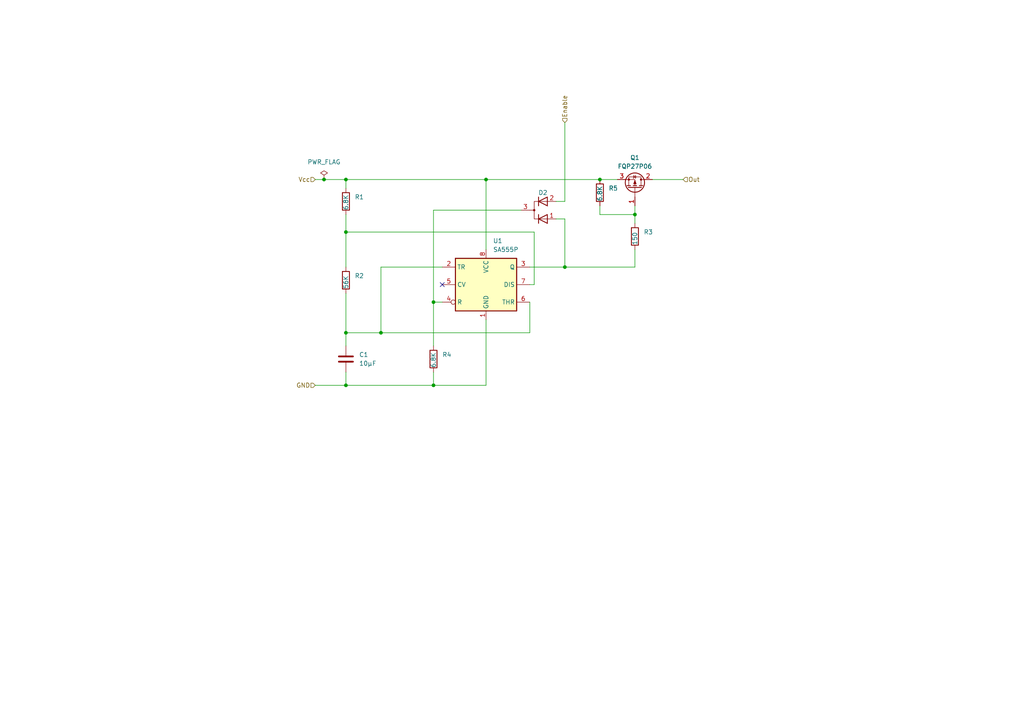
<source format=kicad_sch>
(kicad_sch (version 20211123) (generator eeschema)
  (paper "A4")
  (title_block (title "Module clignotant") (date "2025-01-08") (company "Vélo solaire pour tous") (comment 1 "Licence CERN-OHL-S version 2"))
  (lib_symbols
    (symbol "Device:C" (pin_numbers hide) (pin_names (offset 0.254))
      (property "Reference" "C" (at 0.635 2.54 0))
      (property "Value" "C" (at 0.635 -2.54 0))
      (symbol "C_0_1"
        (polyline (pts (xy -2.032 -0.762) (xy 2.032 -0.762)) (stroke (width 0.508)))
        (polyline (pts (xy -2.032 0.762) (xy 2.032 0.762)) (stroke (width 0.508)))
      )
      (symbol "C_1_1"
        (pin passive line (at 0 3.81 270) (length 2.794) (name "~") (number "1"))
        (pin passive line (at 0 -3.81 90) (length 2.794) (name "~") (number "2"))
      )
    )
    (symbol "Device:D_Dual_CommonCathode_AAK_Parallel" (pin_names (offset 0.762) hide)
      (property "Reference" "D" (at 0 5.08 0))
      (property "Value" "D_Dual_CommonCathode_AAK_Parallel" (at 0 -5.08 0))
      (symbol "D_Dual_CommonCathode_AAK_Parallel_0_0"
        (polyline (pts (xy 0 -1.27) (xy 0 -3.81)) (stroke (width 0.254)))
        (polyline (pts (xy 0 1.27) (xy 0 3.81)) (stroke (width 0.254)))
      )
      (symbol "D_Dual_CommonCathode_AAK_Parallel_0_1"
        (polyline (pts (xy 1.27 0) (xy 2.54 0)))
        (polyline (pts (xy -2.54 -2.54) (xy 1.27 -2.54) (xy 1.27 2.54) (xy -2.54 2.54)))
        (polyline (pts (xy -2.54 -1.27) (xy 0 -2.54) (xy -2.54 -3.81) (xy -2.54 -1.27) (xy -2.54 -1.27) (xy -2.54 -1.27)) (stroke (width 0.254)))
        (polyline (pts (xy -2.54 3.81) (xy 0 2.54) (xy -2.54 1.27) (xy -2.54 3.81) (xy -2.54 3.81) (xy -2.54 3.81)) (stroke (width 0.254)))
        (circle (center 1.27 0) (radius 0.254) (fill (type outline)))
        (pin passive line (at -5.08 2.54 0) (length 2.54) (name "K") (number "1"))
        (pin passive line (at -5.08 -2.54 0) (length 2.54) (name "K") (number "2"))
        (pin passive line (at 5.08 0 180) (length 2.54) (name "A") (number "3"))
      )
    )
    (symbol "Device:R" (pin_numbers hide) (pin_names (offset 0))
      (property "Reference" "R" (at 2.032 0 90))
      (property "Value" "R" (at 0 0 90))
      (symbol "R_0_1"
        (rectangle (start -1.016 -2.54) (end 1.016 2.54) (stroke (width 0.254)))
      )
      (symbol "R_1_1"
        (pin passive line (at 0 3.81 270) (length 1.27) (name "~") (number "1"))
        (pin passive line (at 0 -3.81 90) (length 1.27) (name "~") (number "2"))
      )
    )
    (symbol "Timer:SA555P"
      (property "Reference" "U" (at -10.16 8.89 0))
      (property "Value" "SA555P" (at 2.54 8.89 0))
      (symbol "SA555P_0_0"
        (pin power_in line (at 0 -10.16 90) (length 2.54) (name "GND") (number "1"))
        (pin power_in line (at 0 10.16 270) (length 2.54) (name "VCC") (number "8"))
      )
      (symbol "SA555P_0_1"
        (rectangle (start -8.89 -7.62) (end 8.89 7.62) (stroke (width 0.254)) (fill (type background)))
        (rectangle (start -8.89 -7.62) (end 8.89 7.62) (stroke (width 0.254)) (fill (type background)))
      )
      (symbol "SA555P_1_1"
        (pin input line (at -12.7 5.08 0) (length 3.81) (name "TR") (number "2"))
        (pin output line (at 12.7 5.08 180) (length 3.81) (name "Q") (number "3"))
        (pin input inverted (at -12.7 -5.08 0) (length 3.81) (name "R") (number "4"))
        (pin input line (at -12.7 0 0) (length 3.81) (name "CV") (number "5"))
        (pin input line (at 12.7 -5.08 180) (length 3.81) (name "THR") (number "6"))
        (pin input line (at 12.7 0 180) (length 3.81) (name "DIS") (number "7"))
      )
    )
    (symbol "Transistor_FET:FQP27P06" (pin_names hide)
      (property "Reference" "Q" (at 5.08 1.905 0))
      (property "Value" "FQP27P06" (at 5.08 0 0))
      (symbol "FQP27P06_0_1"
        (polyline (pts (xy 0.254 0) (xy -2.54 0)))
        (polyline (pts (xy 0.254 1.905) (xy 0.254 -1.905)) (stroke (width 0.254)))
        (polyline (pts (xy 0.762 -1.27) (xy 0.762 -2.286)) (stroke (width 0.254)))
        (polyline (pts (xy 0.762 0.508) (xy 0.762 -0.508)) (stroke (width 0.254)))
        (polyline (pts (xy 0.762 2.286) (xy 0.762 1.27)) (stroke (width 0.254)))
        (polyline (pts (xy 2.54 2.54) (xy 2.54 1.778)))
        (polyline (pts (xy 2.54 -2.54) (xy 2.54 0) (xy 0.762 0)))
        (polyline (pts (xy 0.762 1.778) (xy 3.302 1.778) (xy 3.302 -1.778) (xy 0.762 -1.778)))
        (polyline (pts (xy 2.286 0) (xy 1.27 0.381) (xy 1.27 -0.381) (xy 2.286 0)) (fill (type outline)))
        (polyline (pts (xy 2.794 -0.508) (xy 2.921 -0.381) (xy 3.683 -0.381) (xy 3.81 -0.254)))
        (polyline (pts (xy 3.302 -0.381) (xy 2.921 0.254) (xy 3.683 0.254) (xy 3.302 -0.381)))
        (circle (center 1.651 0) (radius 2.794) (stroke (width 0.254)))
        (circle (center 2.54 -1.778) (radius 0.254) (fill (type outline)))
        (circle (center 2.54 1.778) (radius 0.254) (fill (type outline)))
      )
      (symbol "FQP27P06_1_1"
        (pin input line (at -5.08 0 0) (length 2.54) (name "G") (number "1"))
        (pin passive line (at 2.54 5.08 270) (length 2.54) (name "D") (number "2"))
        (pin passive line (at 2.54 -5.08 90) (length 2.54) (name "S") (number "3"))
      )
    )
    (symbol "power:PWR_FLAG" (power) (pin_numbers hide) (pin_names (offset 0) hide)
      (property "Value" "PWR_FLAG" (at 0 3.81 0))
      (symbol "PWR_FLAG_0_0"
        (pin power_out line (at 0 0 90) (length 0) (name "pwr") (number "1"))
      )
      (symbol "PWR_FLAG_0_1"
        (polyline (pts (xy 0 0) (xy 0 1.27) (xy -1.016 1.905) (xy 0 2.54) (xy 1.016 1.905) (xy 0 1.27)))
      )
    )
  )
  (junction (at 163.83 77.47))
  (junction (at 140.97 52.07))
  (junction (at 184.15 62.23))
  (junction (at 100.33 67.31))
  (junction (at 100.33 52.07))
  (junction (at 173.99 52.07))
  (junction (at 93.98 52.07))
  (junction (at 125.73 111.76))
  (junction (at 125.73 87.63))
  (junction (at 100.33 111.76))
  (junction (at 110.49 96.52))
  (junction (at 100.33 96.52))
  (no_connect (at 128.27 82.55))
  (wire (pts (xy 140.97 52.07) (xy 140.97 72.39)))
  (wire (pts (xy 140.97 92.71) (xy 140.97 111.76)))
  (wire (pts (xy 125.73 111.76) (xy 140.97 111.76)))
  (wire (pts (xy 125.73 107.95) (xy 125.73 111.76)))
  (wire (pts (xy 125.73 87.63) (xy 128.27 87.63)))
  (wire (pts (xy 128.27 77.47) (xy 110.49 77.47)))
  (wire (pts (xy 140.97 52.07) (xy 173.99 52.07)))
  (wire (pts (xy 153.67 96.52) (xy 110.49 96.52)))
  (wire (pts (xy 100.33 67.31) (xy 100.33 77.47)))
  (wire (pts (xy 189.23 52.07) (xy 198.12 52.07)))
  (wire (pts (xy 153.67 82.55) (xy 154.94 82.55)))
  (wire (pts (xy 100.33 111.76) (xy 100.33 107.95)))
  (wire (pts (xy 100.33 67.31) (xy 154.94 67.31)))
  (wire (pts (xy 110.49 77.47) (xy 110.49 96.52)))
  (wire (pts (xy 100.33 111.76) (xy 125.73 111.76)))
  (wire (pts (xy 153.67 77.47) (xy 163.83 77.47)))
  (wire (pts (xy 91.44 52.07) (xy 93.98 52.07)))
  (wire (pts (xy 184.15 64.77) (xy 184.15 62.23)))
  (wire (pts (xy 100.33 85.09) (xy 100.33 96.52)))
  (wire (pts (xy 100.33 96.52) (xy 110.49 96.52)))
  (wire (pts (xy 184.15 62.23) (xy 184.15 59.69)))
  (wire (pts (xy 125.73 87.63) (xy 125.73 100.33)))
  (wire (pts (xy 151.13 60.96) (xy 125.73 60.96)))
  (wire (pts (xy 93.98 52.07) (xy 100.33 52.07)))
  (wire (pts (xy 163.83 63.5) (xy 161.29 63.5)))
  (wire (pts (xy 153.67 87.63) (xy 153.67 96.52)))
  (wire (pts (xy 163.83 77.47) (xy 184.15 77.47)))
  (wire (pts (xy 163.83 35.56) (xy 163.83 58.42)))
  (wire (pts (xy 163.83 63.5) (xy 163.83 77.47)))
  (wire (pts (xy 100.33 96.52) (xy 100.33 100.33)))
  (wire (pts (xy 173.99 52.07) (xy 179.07 52.07)))
  (wire (pts (xy 100.33 52.07) (xy 100.33 54.61)))
  (wire (pts (xy 184.15 72.39) (xy 184.15 77.47)))
  (wire (pts (xy 173.99 62.23) (xy 184.15 62.23)))
  (wire (pts (xy 100.33 62.23) (xy 100.33 67.31)))
  (wire (pts (xy 91.44 111.76) (xy 100.33 111.76)))
  (wire (pts (xy 163.83 58.42) (xy 161.29 58.42)))
  (wire (pts (xy 125.73 60.96) (xy 125.73 87.63)))
  (wire (pts (xy 100.33 52.07) (xy 140.97 52.07)))
  (wire (pts (xy 173.99 59.69) (xy 173.99 62.23)))
  (wire (pts (xy 154.94 67.31) (xy 154.94 82.55)))
  (hierarchical_label "Out" (shape input) (at 198.12 52.07 0))
  (hierarchical_label "GND" (shape input) (at 91.44 111.76 180))
  (hierarchical_label "Enable" (shape input) (at 163.83 35.56 90))
  (hierarchical_label "Vcc" (shape input) (at 91.44 52.07 180))
  (symbol (lib_id "Device:R") (at 100.33 81.28 0) (unit 1)
    (property "Reference" "R2" (at 102.87 80.0099 0) (effects (justify left)))
    (property "Value" "56K" (at 100.33 83.82 90) (effects (justify left)))
    (property "Footprint" "Resistor_THT:R_Axial_DIN0207_L6.3mm_D2.5mm_P10.16mm_Horizontal" (effects hide))
  )
  (symbol (lib_id "Timer:SA555P") (at 140.97 82.55 0) (unit 1)
    (property "Reference" "U1" (at 142.9894 69.85 0) (effects (justify left)))
    (property "Value" "SA555P" (at 142.9894 72.39 0) (effects (justify left)))
    (property "Footprint" "Package_DIP:DIP-8_W7.62mm" (effects hide))
    (property "Datasheet" "http://www.ti.com/lit/ds/symlink/ne555.pdf" (effects hide))
  )
  (symbol (lib_id "Device:D_Dual_CommonCathode_AAK_Parallel") (at 156.21 60.96 180) (unit 1)
    (property "Reference" "D2" (at 157.48 55.88 0))
    (property "Value" "D_Dual_CommonCathode_AAK_Parallel" (effects hide))
    (property "Footprint" "Package_TO_SOT_THT:TO-220-3_Vertical" (effects hide))
  )
  (symbol (lib_id "Device:R") (at 100.33 58.42 0) (unit 1)
    (property "Reference" "R1" (at 102.87 57.1499 0) (effects (justify left)))
    (property "Value" "6.8K" (at 100.33 60.96 90) (effects (justify left)))
    (property "Footprint" "Resistor_THT:R_Axial_DIN0207_L6.3mm_D2.5mm_P10.16mm_Horizontal" (effects hide))
  )
  (symbol (lib_id "Device:R") (at 184.15 68.58 180) (unit 1)
    (property "Reference" "R3" (at 186.69 67.3099 0) (effects (justify right)))
    (property "Value" "150" (at 184.15 71.12 90) (effects (justify right)))
    (property "Footprint" "Resistor_THT:R_Axial_DIN0207_L6.3mm_D2.5mm_P10.16mm_Horizontal" (effects hide))
  )
  (symbol (lib_id "Device:R") (at 125.73 104.14 0) (unit 1)
    (property "Reference" "R4" (at 128.27 102.8699 0) (effects (justify left)))
    (property "Value" "6.8K" (at 125.73 106.68 90) (effects (justify left)))
    (property "Footprint" "Resistor_THT:R_Axial_DIN0207_L6.3mm_D2.5mm_P10.16mm_Horizontal" (effects hide))
  )
  (symbol (lib_id "power:PWR_FLAG") (at 93.98 52.07 0) (unit 1)
    (property "Reference" "#FLG0101" (effects hide))
    (property "Value" "PWR_FLAG" (at 93.98 46.99 0))
  )
  (symbol (lib_id "Device:R") (at 173.99 55.88 0) (unit 1)
    (property "Reference" "R5" (at 176.53 54.6099 0) (effects (justify left)))
    (property "Value" "6.8K" (at 173.99 58.42 90) (effects (justify left)))
    (property "Footprint" "Resistor_THT:R_Axial_DIN0207_L6.3mm_D2.5mm_P10.16mm_Horizontal" (effects hide))
  )
  (symbol (lib_id "Transistor_FET:FQP27P06") (at 184.15 54.61 270) (mirror x) (unit 1)
    (property "Reference" "Q1" (at 184.15 45.72 90))
    (property "Value" "FQP27P06" (at 184.15 48.26 90))
    (property "Footprint" "Package_TO_SOT_THT:TO-220-3_Vertical" (effects hide))
    (property "Datasheet" "https://www.onsemi.com/pub/Collateral/FQP27P06-D.PDF" (effects hide))
  )
  (symbol (lib_id "Device:C") (at 100.33 104.14 0) (unit 1)
    (property "Reference" "C1" (at 104.14 102.8699 0) (effects (justify left)))
    (property "Value" "10µF" (at 104.14 105.4099 0) (effects (justify left)))
    (property "Footprint" "Capacitor_THT:C_Disc_D4.3mm_W1.9mm_P5.00mm" (effects hide))
  )
)
</source>
